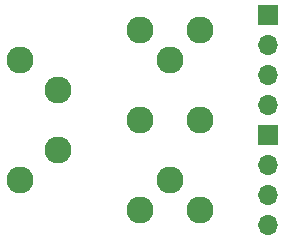
<source format=gbs>
G04 #@! TF.GenerationSoftware,KiCad,Pcbnew,(5.1.8)-1*
G04 #@! TF.CreationDate,2022-10-25T22:50:26+09:00*
G04 #@! TF.ProjectId,DIN8,44494e38-2e6b-4696-9361-645f70636258,rev?*
G04 #@! TF.SameCoordinates,PX48ab840PY9765530*
G04 #@! TF.FileFunction,Soldermask,Bot*
G04 #@! TF.FilePolarity,Negative*
%FSLAX46Y46*%
G04 Gerber Fmt 4.6, Leading zero omitted, Abs format (unit mm)*
G04 Created by KiCad (PCBNEW (5.1.8)-1) date 2022-10-25 22:50:26*
%MOMM*%
%LPD*%
G01*
G04 APERTURE LIST*
%ADD10O,1.700000X1.700000*%
%ADD11R,1.700000X1.700000*%
%ADD12C,2.283000*%
G04 APERTURE END LIST*
D10*
X23495000Y1905000D03*
X23495000Y4445000D03*
X23495000Y6985000D03*
D11*
X23495000Y9525000D03*
D10*
X23495000Y12065000D03*
X23495000Y14605000D03*
X23495000Y17145000D03*
D11*
X23495000Y19685000D03*
D12*
X5715000Y8255000D03*
X5715000Y13335000D03*
X2540000Y5715000D03*
X2540000Y15875000D03*
X17780000Y10795000D03*
X17780000Y18415000D03*
X17780000Y3175000D03*
X15240000Y15875000D03*
X15240000Y5715000D03*
X12700000Y18415000D03*
X12700000Y3175000D03*
X12700000Y10795000D03*
M02*

</source>
